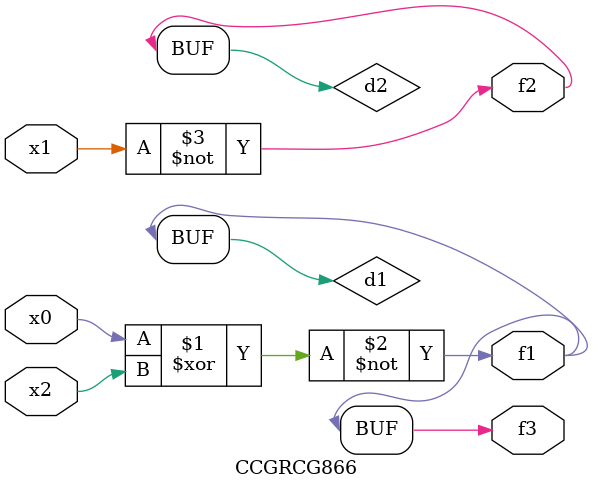
<source format=v>
module CCGRCG866(
	input x0, x1, x2,
	output f1, f2, f3
);

	wire d1, d2, d3;

	xnor (d1, x0, x2);
	nand (d2, x1);
	nor (d3, x1, x2);
	assign f1 = d1;
	assign f2 = d2;
	assign f3 = d1;
endmodule

</source>
